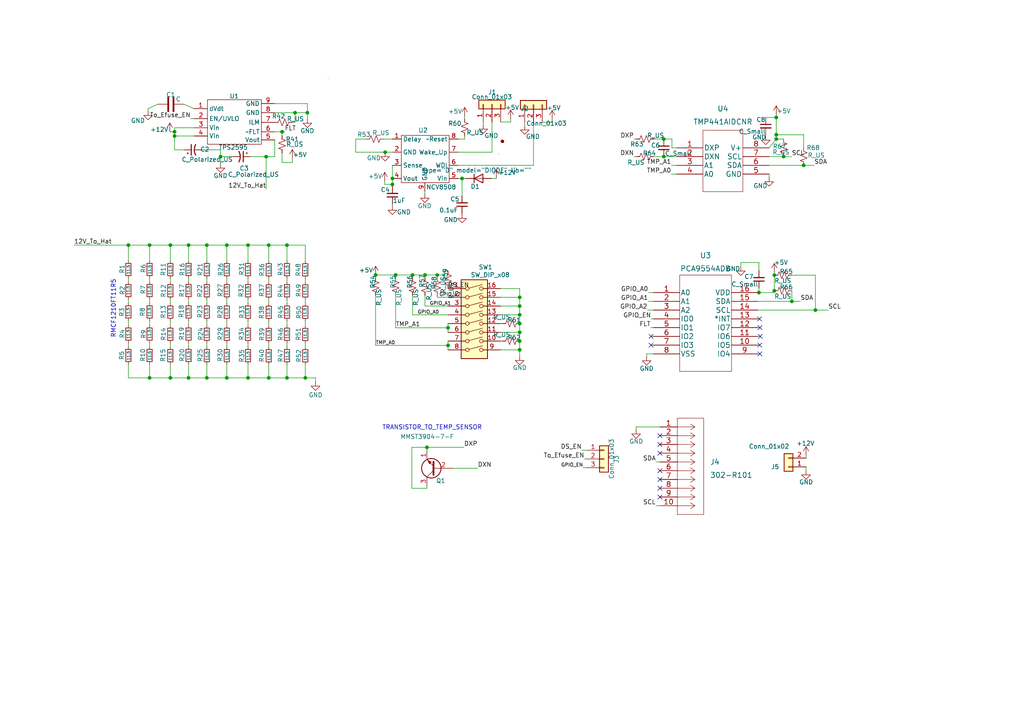
<source format=kicad_sch>
(kicad_sch (version 20211123) (generator eeschema)
  (paper "A4")
  (title_block (title "PERRI Board") (rev "0"))
  (junction (at 224.5868 79.8068))
  (junction (at 229.6668 87.4014))
  (junction (at 134.0104 51.7652))
  (junction (at 43.3832 71.0946))
  (junction (at 65.786 71.0946))
  (junction (at 108.9406 79.756))
  (junction (at 50.6222 38.227))
  (junction (at 220.1164 84.8614))
  (junction (at 77.1906 45.4406))
  (junction (at 150.7236 88.773))
  (junction (at 150.7236 93.853))
  (junction (at 150.7236 101.473))
  (junction (at 71.9328 109.601))
  (junction (at 54.6862 71.0946))
  (junction (at 81.8134 38.227))
  (junction (at 71.9328 71.0946))
  (junction (at 129.9464 95.0722))
  (junction (at 192.532 45.4152))
  (junction (at 192.532 40.3352))
  (junction (at 227.2792 45.4152))
  (junction (at 50.6222 39.4462))
  (junction (at 37.2364 71.0946))
  (junction (at 49.403 109.601))
  (junction (at 63.9572 45.4406))
  (junction (at 225.1456 34.0614))
  (junction (at 225.1456 39.0906))
  (junction (at 85.5726 32.6898))
  (junction (at 59.9948 109.601))
  (junction (at 123.825 129.7432))
  (junction (at 119.6594 79.756))
  (junction (at 113.8174 53.4924))
  (junction (at 225.1456 40.3352))
  (junction (at 77.9526 71.0946))
  (junction (at 88.5444 109.601))
  (junction (at 150.7236 96.393))
  (junction (at 59.9948 71.0946))
  (junction (at 114.7572 79.756))
  (junction (at 89.154 32.6898))
  (junction (at 126.8222 79.756))
  (junction (at 77.9526 109.601))
  (junction (at 123.2662 79.756))
  (junction (at 65.786 109.601))
  (junction (at 43.3832 109.601))
  (junction (at 224.5868 84.328))
  (junction (at 83.2358 71.0946))
  (junction (at 129.9464 100.1776))
  (junction (at 150.7236 98.933))
  (junction (at 150.7236 91.313))
  (junction (at 150.7236 86.233))
  (junction (at 54.6862 109.601))
  (junction (at 236.4994 89.9414))
  (junction (at 49.403 71.0946))
  (junction (at 83.2358 109.601))
  (junction (at 113.8174 51.7652))
  (junction (at 233.0958 47.9552))
  (junction (at 111.7092 44.1452))
  (no_connect (at 191.389 144.145))
  (no_connect (at 188.8236 100.1014))
  (no_connect (at 188.849 97.5614))
  (no_connect (at 191.389 139.065))
  (no_connect (at 191.389 136.525))
  (no_connect (at 191.389 131.445))
  (no_connect (at 191.389 126.365))
  (no_connect (at 191.389 141.605))
  (no_connect (at 220.5228 97.5614))
  (no_connect (at 220.345 100.1014))
  (no_connect (at 220.3958 95.0214))
  (no_connect (at 220.2942 92.4814))
  (no_connect (at 220.3958 102.6414))
  (no_connect (at 191.389 128.905))
  (wire (pts (xy 223.0882 42.8752) (xy 225.1456 40.3352)))
  (wire (pts (xy 145.2372 35.3822) (xy 148.1074 35.3822)))
  (wire (pts (xy 119.6594 79.756) (xy 119.6594 80.5942)))
  (wire (pts (xy 219.7862 92.4814) (xy 220.2942 92.4814)))
  (wire (pts (xy 49.403 93.0656) (xy 49.403 94.4118)))
  (wire (pts (xy 160.147 34.5694) (xy 160.147 35.4838)))
  (wire (pts (xy 126.8222 79.756) (xy 128.8542 79.756)))
  (wire (pts (xy 72.5932 45.4406) (xy 77.1906 45.4406)))
  (wire (pts (xy 219.7862 95.0214) (xy 220.3958 95.0214)))
  (wire (pts (xy 119.4562 141.6304) (xy 123.825 141.6304)))
  (wire (pts (xy 150.7236 96.393) (xy 150.7236 98.933)))
  (wire (pts (xy 224.5868 79.8068) (xy 224.5868 84.328)))
  (wire (pts (xy 150.7236 98.933) (xy 150.7236 101.473)))
  (wire (pts (xy 154.7368 47.9552) (xy 154.7368 35.4838)))
  (wire (pts (xy 59.9948 99.4918) (xy 59.9948 100.6094)))
  (wire (pts (xy 37.2364 99.441) (xy 37.2364 100.5586)))
  (wire (pts (xy 219.7862 89.9414) (xy 236.4994 89.9414)))
  (wire (pts (xy 77.9526 109.601) (xy 83.2358 109.601)))
  (wire (pts (xy 140.1572 35.3822) (xy 140.1572 36.1696)))
  (wire (pts (xy 63.9572 45.4406) (xy 63.9572 43.4594)))
  (wire (pts (xy 79.6798 32.6898) (xy 85.5726 32.6898)))
  (wire (pts (xy 145.1864 86.233) (xy 150.7236 86.233)))
  (wire (pts (xy 103.1748 40.3352) (xy 103.1748 44.1452)))
  (wire (pts (xy 224.5868 78.9686) (xy 224.5868 79.8068)))
  (wire (pts (xy 196.2658 42.8752) (xy 194.8942 42.8752)))
  (wire (pts (xy 83.2358 99.4918) (xy 83.2358 100.6094)))
  (wire (pts (xy 119.6594 91.313) (xy 129.9464 91.313)))
  (wire (pts (xy 59.9948 105.6894) (xy 59.9948 109.601)))
  (wire (pts (xy 77.9526 71.0946) (xy 77.9526 75.7174)))
  (wire (pts (xy 183.8706 45.4152) (xy 184.5564 45.4152)))
  (wire (pts (xy 225.1456 33.2486) (xy 225.1456 34.0614)))
  (wire (pts (xy 88.5444 71.0946) (xy 88.5444 75.7174)))
  (wire (pts (xy 49.2506 38.227) (xy 50.6222 38.227)))
  (wire (pts (xy 188.722 95.0214) (xy 189.5094 95.0214)))
  (wire (pts (xy 37.2364 71.0946) (xy 43.3832 71.0946)))
  (wire (pts (xy 191.389 123.825) (xy 184.5056 123.825)))
  (wire (pts (xy 49.403 99.4918) (xy 49.403 100.6094)))
  (wire (pts (xy 189.6364 40.3352) (xy 192.532 40.3352)))
  (wire (pts (xy 49.403 86.868) (xy 49.403 87.9856)))
  (wire (pts (xy 188.8236 100.1014) (xy 189.5094 100.1014)))
  (wire (pts (xy 152.1968 35.4838) (xy 152.1968 36.4236)))
  (wire (pts (xy 189.6364 45.4152) (xy 192.532 45.4152)))
  (wire (pts (xy 89.154 30.0482) (xy 89.154 32.6898)))
  (wire (pts (xy 89.154 32.6898) (xy 89.154 34.4678)))
  (wire (pts (xy 145.1864 88.773) (xy 150.7236 88.773)))
  (wire (pts (xy 81.8134 44.4246) (xy 81.8134 47.1424)))
  (wire (pts (xy 134.0104 62.0776) (xy 134.0104 61.8744)))
  (wire (pts (xy 106.1974 40.3352) (xy 103.1748 40.3352)))
  (wire (pts (xy 63.9572 45.4406) (xy 67.5132 45.4406)))
  (wire (pts (xy 63.9572 43.4594) (xy 58.5216 43.4594)))
  (wire (pts (xy 222.0976 39.1414) (xy 222.0976 39.3954)))
  (wire (pts (xy 220.1164 83.566) (xy 220.1164 84.8614)))
  (wire (pts (xy 225.1456 34.0614) (xy 222.0976 34.0614)))
  (wire (pts (xy 83.2358 80.7466) (xy 83.2358 81.788)))
  (wire (pts (xy 59.9948 93.0656) (xy 59.9948 94.4118)))
  (wire (pts (xy 77.9526 86.9188) (xy 77.9526 88.0364)))
  (wire (pts (xy 119.6594 79.756) (xy 114.7572 79.756)))
  (wire (pts (xy 43.3832 86.8172) (xy 43.3832 87.9348)))
  (wire (pts (xy 83.2358 93.0656) (xy 83.2358 94.4118)))
  (wire (pts (xy 129.9464 100.1776) (xy 129.9464 98.933)))
  (wire (pts (xy 188.849 97.5614) (xy 189.5094 97.5614)))
  (wire (pts (xy 219.7862 97.5614) (xy 220.5228 97.5614)))
  (wire (pts (xy 83.2358 71.0946) (xy 88.5444 71.0946)))
  (wire (pts (xy 123.825 141.6304) (xy 123.825 140.8938)))
  (wire (pts (xy 65.786 105.6894) (xy 65.786 109.601)))
  (wire (pts (xy 113.8174 51.7652) (xy 113.8174 53.4924)))
  (wire (pts (xy 59.9948 71.0946) (xy 59.9948 75.6666)))
  (wire (pts (xy 54.6862 109.601) (xy 59.9948 109.601)))
  (wire (pts (xy 83.2358 71.0946) (xy 83.2358 75.6666)))
  (wire (pts (xy 54.6862 86.8172) (xy 54.6862 87.9348)))
  (wire (pts (xy 108.9406 85.6742) (xy 108.9406 100.1776)))
  (wire (pts (xy 169.4942 133.1214) (xy 170.1038 133.1214)))
  (wire (pts (xy 225.1456 39.0906) (xy 225.1456 40.3352)))
  (wire (pts (xy 236.4994 89.9414) (xy 240.2332 89.9414)))
  (wire (pts (xy 71.9328 93.0656) (xy 71.9328 94.4118)))
  (wire (pts (xy 83.2358 86.868) (xy 83.2358 87.9856)))
  (wire (pts (xy 43.3832 80.6958) (xy 43.3832 81.7372)))
  (wire (pts (xy 123.825 129.7432) (xy 134.5692 129.7432)))
  (wire (pts (xy 77.9526 71.0946) (xy 83.2358 71.0946)))
  (wire (pts (xy 145.1864 96.393) (xy 150.7236 96.393)))
  (wire (pts (xy 223.0882 47.9552) (xy 233.0958 47.9552)))
  (wire (pts (xy 134.7724 33.7058) (xy 134.7724 34.4678)))
  (wire (pts (xy 123.2662 85.6742) (xy 123.2662 88.773)))
  (wire (pts (xy 128.8542 78.613) (xy 129.9464 78.613)))
  (wire (pts (xy 56.3626 37.0586) (xy 50.6222 37.0586)))
  (wire (pts (xy 126.8222 86.233) (xy 129.9464 86.233)))
  (wire (pts (xy 88.5444 105.7402) (xy 88.5444 109.601)))
  (wire (pts (xy 54.6862 71.0946) (xy 59.9948 71.0946)))
  (wire (pts (xy 126.8222 85.6742) (xy 126.8222 86.233)))
  (wire (pts (xy 229.6668 79.8068) (xy 236.4994 79.8068)))
  (wire (pts (xy 37.2364 93.0148) (xy 37.2364 94.361)))
  (wire (pts (xy 83.2358 109.601) (xy 88.5444 109.601)))
  (wire (pts (xy 49.403 105.6894) (xy 49.403 109.601)))
  (wire (pts (xy 233.0958 39.0906) (xy 225.1456 39.0906)))
  (wire (pts (xy 65.786 71.0946) (xy 65.786 75.6666)))
  (wire (pts (xy 150.7236 86.233) (xy 150.7236 88.773)))
  (wire (pts (xy 143.9418 51.7652) (xy 142.5956 51.7652)))
  (wire (pts (xy 183.8706 40.3352) (xy 184.5564 40.3352)))
  (wire (pts (xy 123.825 129.7432) (xy 123.825 130.7338)))
  (wire (pts (xy 225.1456 34.0614) (xy 225.1456 39.0906)))
  (wire (pts (xy 55.2958 34.417) (xy 56.3626 34.417)))
  (wire (pts (xy 54.6862 93.0148) (xy 54.6862 94.361)))
  (wire (pts (xy 192.532 40.3352) (xy 194.8942 40.3352)))
  (wire (pts (xy 111.5822 52.5272) (xy 111.5822 53.4924)))
  (wire (pts (xy 43.3832 71.0946) (xy 43.3832 75.6158)))
  (wire (pts (xy 85.5726 32.6898) (xy 89.154 32.6898)))
  (wire (pts (xy 219.7862 87.4014) (xy 229.6668 87.4014)))
  (wire (pts (xy 223.0882 50.4952) (xy 223.0882 51.435)))
  (wire (pts (xy 113.8174 53.4924) (xy 113.8174 54.0766)))
  (wire (pts (xy 132.8674 47.9552) (xy 154.7368 47.9552)))
  (wire (pts (xy 119.4562 129.7432) (xy 119.4562 141.6304)))
  (wire (pts (xy 45.7454 30.226) (xy 42.9514 31.5214)))
  (wire (pts (xy 43.3832 105.6386) (xy 43.3832 109.601)))
  (wire (pts (xy 114.7572 95.0722) (xy 129.9464 95.0722)))
  (wire (pts (xy 145.1864 98.933) (xy 145.6436 98.933)))
  (wire (pts (xy 71.9328 71.0946) (xy 77.9526 71.0946)))
  (wire (pts (xy 84.7598 35.4838) (xy 85.5726 35.4838)))
  (wire (pts (xy 108.9406 100.1776) (xy 129.9464 100.1776)))
  (wire (pts (xy 53.3654 30.226) (xy 56.3118 31.5214)))
  (wire (pts (xy 111.7092 44.1452) (xy 113.8174 44.1452)))
  (wire (pts (xy 229.6668 87.4014) (xy 232.156 87.4014)))
  (wire (pts (xy 71.9328 71.0946) (xy 71.9328 75.6666)))
  (wire (pts (xy 81.8134 38.227) (xy 81.8134 39.3446)))
  (wire (pts (xy 37.2364 75.6158) (xy 37.2364 71.0946)))
  (wire (pts (xy 128.8542 79.756) (xy 128.8542 78.613)))
  (wire (pts (xy 77.9526 99.5426) (xy 77.9526 100.6602)))
  (wire (pts (xy 220.1164 84.8614) (xy 224.5868 84.8614)))
  (wire (pts (xy 37.2364 80.6958) (xy 37.2364 81.7372)))
  (wire (pts (xy 88.5444 109.601) (xy 91.5162 109.601)))
  (wire (pts (xy 54.6862 80.6958) (xy 54.6862 81.7372)))
  (wire (pts (xy 123.2662 88.773) (xy 129.9464 88.773)))
  (wire (pts (xy 129.9464 95.0722) (xy 129.9464 96.393)))
  (wire (pts (xy 113.8174 53.4924) (xy 111.5822 53.4924)))
  (wire (pts (xy 37.2364 109.601) (xy 43.3832 109.601)))
  (wire (pts (xy 233.7816 136.4742) (xy 233.7816 135.4074)))
  (wire (pts (xy 65.786 86.868) (xy 65.786 87.9856)))
  (wire (pts (xy 214.8586 76.1492) (xy 220.1164 76.1492)))
  (wire (pts (xy 88.5444 93.1164) (xy 88.5444 94.4626)))
  (wire (pts (xy 123.2662 79.756) (xy 119.6594 79.756)))
  (wire (pts (xy 219.7862 102.6414) (xy 220.3958 102.6414)))
  (wire (pts (xy 150.7236 83.693) (xy 150.7236 86.233)))
  (wire (pts (xy 150.7236 93.853) (xy 150.7236 96.393)))
  (wire (pts (xy 188.849 92.4814) (xy 189.5094 92.4814)))
  (wire (pts (xy 227.2792 40.3352) (xy 225.1456 40.3352)))
  (wire (pts (xy 134.0104 56.7944) (xy 134.0104 51.7652)))
  (wire (pts (xy 88.5444 99.5426) (xy 88.5444 100.6602)))
  (wire (pts (xy 188.0362 84.8614) (xy 189.5094 84.8614)))
  (wire (pts (xy 157.2768 35.4838) (xy 160.147 35.4838)))
  (wire (pts (xy 123.2662 79.756) (xy 123.2662 80.5942)))
  (wire (pts (xy 150.7236 101.473) (xy 150.7236 103.2764)))
  (wire (pts (xy 77.9526 93.1164) (xy 77.9526 94.4626)))
  (wire (pts (xy 126.8222 79.756) (xy 123.2662 79.756)))
  (wire (pts (xy 65.786 99.4918) (xy 65.786 100.6094)))
  (wire (pts (xy 233.0958 47.9552) (xy 236.1692 47.9552)))
  (wire (pts (xy 114.7572 79.756) (xy 114.7572 80.5942)))
  (wire (pts (xy 233.0958 42.8752) (xy 233.0958 39.0906)))
  (wire (pts (xy 84.7852 45.9232) (xy 84.7852 47.1424)))
  (wire (pts (xy 71.9328 109.601) (xy 77.9526 109.601)))
  (wire (pts (xy 49.403 71.0946) (xy 49.403 75.6666)))
  (wire (pts (xy 54.6862 105.6386) (xy 54.6862 109.601)))
  (wire (pts (xy 65.786 93.0656) (xy 65.786 94.4118)))
  (wire (pts (xy 220.1164 76.1492) (xy 220.1164 78.486)))
  (wire (pts (xy 142.6972 44.1452) (xy 142.6972 35.3822)))
  (wire (pts (xy 126.8222 79.756) (xy 126.8222 80.5942)))
  (wire (pts (xy 145.1864 91.313) (xy 150.7236 91.313)))
  (wire (pts (xy 37.2364 86.8172) (xy 37.2364 87.9348)))
  (wire (pts (xy 194.7164 47.9552) (xy 196.2658 47.9552)))
  (wire (pts (xy 43.3832 71.0946) (xy 49.403 71.0946)))
  (wire (pts (xy 192.532 45.4152) (xy 196.2658 45.4152)))
  (wire (pts (xy 131.445 135.8138) (xy 138.557 135.8138)))
  (wire (pts (xy 233.7816 132.8674) (xy 233.7816 132.08)))
  (wire (pts (xy 227.2792 45.4152) (xy 229.616 45.4152)))
  (wire (pts (xy 79.629 30.0482) (xy 89.154 30.0482)))
  (wire (pts (xy 187.5536 102.6414) (xy 187.5536 103.378)))
  (wire (pts (xy 111.2774 40.3352) (xy 113.8174 40.3352)))
  (wire (pts (xy 65.786 71.0946) (xy 71.9328 71.0946)))
  (wire (pts (xy 49.403 80.7466) (xy 49.403 81.788)))
  (wire (pts (xy 229.6668 84.328) (xy 229.6668 87.4014)))
  (wire (pts (xy 190.1952 146.685) (xy 191.389 146.685)))
  (wire (pts (xy 56.3626 39.4462) (xy 50.6222 39.4462)))
  (wire (pts (xy 43.3832 109.601) (xy 49.403 109.601)))
  (wire (pts (xy 145.1864 101.473) (xy 150.7236 101.473)))
  (wire (pts (xy 54.6862 71.0946) (xy 54.6862 75.6158)))
  (wire (pts (xy 134.0104 51.7652) (xy 134.9756 51.7652)))
  (wire (pts (xy 150.7236 91.313) (xy 150.7236 93.853)))
  (wire (pts (xy 50.6222 43.4594) (xy 53.4416 43.4594)))
  (wire (pts (xy 129.9464 93.853) (xy 129.9464 95.0722)))
  (wire (pts (xy 71.9328 105.6894) (xy 71.9328 109.601)))
  (wire (pts (xy 79.6798 38.227) (xy 81.8134 38.227)))
  (wire (pts (xy 50.6222 38.227) (xy 50.6222 39.4462)))
  (wire (pts (xy 49.403 71.0946) (xy 54.6862 71.0946)))
  (wire (pts (xy 77.1652 54.8386) (xy 77.1906 45.4406)))
  (wire (pts (xy 21.463 71.0946) (xy 37.2364 71.0946)))
  (wire (pts (xy 190.246 133.985) (xy 191.389 133.985)))
  (wire (pts (xy 223.0882 45.4152) (xy 227.2792 45.4152)))
  (wire (pts (xy 54.6862 99.441) (xy 54.6862 100.5586)))
  (wire (pts (xy 81.8134 47.1424) (xy 84.7852 47.1424)))
  (wire (pts (xy 219.7862 84.8614) (xy 220.1164 84.8614)))
  (wire (pts (xy 132.8674 40.3352) (xy 134.7724 40.3352)))
  (wire (pts (xy 188.0108 87.4014) (xy 189.5094 87.4014)))
  (wire (pts (xy 123.2154 55.5244) (xy 123.2154 56.2102)))
  (wire (pts (xy 145.1864 93.853) (xy 145.6436 93.853)))
  (wire (pts (xy 113.8174 59.1566) (xy 113.8174 59.69)))
  (wire (pts (xy 37.2364 105.6386) (xy 37.2364 109.601)))
  (wire (pts (xy 114.7572 79.756) (xy 108.9406 79.756)))
  (wire (pts (xy 79.6798 40.5638) (xy 79.6798 45.4406)))
  (wire (pts (xy 189.5094 102.6414) (xy 187.5536 102.6414)))
  (wire (pts (xy 43.3832 93.0148) (xy 43.3832 94.361)))
  (wire (pts (xy 50.6222 39.4462) (xy 50.6222 43.4594)))
  (wire (pts (xy 224.5868 84.328) (xy 224.5868 84.8614)))
  (wire (pts (xy 108.9406 79.756) (xy 108.9406 80.5942)))
  (wire (pts (xy 170.1038 135.6614) (xy 169.1386 135.6614)))
  (wire (pts (xy 77.9526 80.7974) (xy 77.9526 81.8388)))
  (wire (pts (xy 219.7862 100.1014) (xy 220.345 100.1014)))
  (wire (pts (xy 71.9328 80.7466) (xy 71.9328 81.788)))
  (wire (pts (xy 77.1906 45.4406) (xy 79.6798 45.4406)))
  (wire (pts (xy 168.7322 130.5814) (xy 170.1038 130.5814)))
  (wire (pts (xy 50.6222 37.0586) (xy 50.6222 38.227)))
  (wire (pts (xy 194.691 50.4952) (xy 196.2658 50.4952)))
  (wire (pts (xy 59.9948 71.0946) (xy 65.786 71.0946)))
  (wire (pts (xy 187.7822 89.9414) (xy 189.5094 89.9414)))
  (wire (pts (xy 119.6594 85.6742) (xy 119.6594 91.313)))
  (wire (pts (xy 184.5056 123.825) (xy 184.5056 124.6124)))
  (wire (pts (xy 123.825 129.7432) (xy 119.4562 129.7432)))
  (wire (pts (xy 103.1748 44.1452) (xy 111.7092 44.1452)))
  (wire (pts (xy 85.5726 35.4838) (xy 85.5726 32.6898)))
  (wire (pts (xy 129.9464 101.473) (xy 129.9464 100.1776)))
  (wire (pts (xy 77.9526 105.7402) (xy 77.9526 109.601)))
  (wire (pts (xy 88.5444 80.7974) (xy 88.5444 81.8388)))
  (wire (pts (xy 214.8586 76.1492) (xy 214.8586 77.343)))
  (wire (pts (xy 132.8674 44.1452) (xy 142.6972 44.1452)))
  (wire (pts (xy 132.8674 51.7652) (xy 134.0104 51.7652)))
  (wire (pts (xy 65.786 80.7466) (xy 65.786 81.788)))
  (wire (pts (xy 49.403 109.601) (xy 54.6862 109.601)))
  (wire (pts (xy 81.8134 38.227) (xy 82.5754 38.227)))
  (wire (pts (xy 114.7572 85.6742) (xy 114.7572 95.0722)))
  (wire (pts (xy 42.9514 31.5214) (xy 42.9514 32.2072)))
  (wire (pts (xy 134.7724 39.5478) (xy 134.7724 40.3352)))
  (wire (pts (xy 145.1864 83.693) (xy 150.7236 83.693)))
  (wire (pts (xy 83.2358 105.6894) (xy 83.2358 109.601)))
  (wire (pts (xy 236.4994 79.8068) (xy 236.4994 89.9414)))
  (wire (pts (xy 59.9948 109.601) (xy 65.786 109.601)))
  (wire (pts (xy 43.3832 99.441) (xy 43.3832 100.5586)))
  (wire (pts (xy 71.9328 86.868) (xy 71.9328 87.9856)))
  (wire (pts (xy 63.9572 45.4406) (xy 63.9572 47.4726)))
  (wire (pts (xy 65.786 109.601) (xy 71.9328 109.601)))
  (wire (pts (xy 59.9948 86.868) (xy 59.9948 87.9856)))
  (wire (pts (xy 150.7236 88.773) (xy 150.7236 91.313)))
  (wire (pts (xy 148.1074 34.4678) (xy 148.1074 35.3822)))
  (wire (pts (xy 59.9948 80.7466) (xy 59.9948 81.788)))
  (wire (pts (xy 113.8174 47.9552) (xy 113.8174 51.7652)))
  (wire (pts (xy 71.9328 99.4918) (xy 71.9328 100.6094)))
  (wire (pts (xy 91.5162 109.601) (xy 91.5162 110.7186)))
  (wire (pts (xy 88.5444 86.9188) (xy 88.5444 88.0364)))
  (wire (pts (xy 194.8942 42.8752) (xy 194.8942 40.3352)))
  (text "TRANSISTOR_TO_TEMP_SENSOR" (at 139.827 124.841 180) (effects (font (size 1.27 1.27)) (justify right bottom)))
  (text "RMCF1210FT11R5\n" (at 33.6804 98.0948 90) (effects (font (size 1.27 1.27)) (justify left bottom)))
  (label "GPIO_A0" (at 121.0818 91.313 0) (effects (font (size 1 1))))
  (label "FLT" (at 188.722 95.0214 180))
  (label "DS_EN" (at 129.9464 83.693 0))
  (label "GPIO_EN" (at 188.849 92.4814 180))
  (label "GPIO_A2" (at 127.381 86.233 0) (effects (font (size 1 1))))
  (label "DXN" (at 138.557 135.8138 0))
  (label "GPIO_A0" (at 188.0362 84.8614 180))
  (label "GPIO_A2" (at 187.7822 89.9414 180))
  (label "TMP_A1" (at 114.7572 95.0722 0))
  (label "To_Efuse_EN" (at 169.4942 133.1214 180))
  (label "GPIO_A1" (at 124.587 88.773 0) (effects (font (size 1 1))))
  (label "SDA" (at 190.246 133.985 180))
  (label "To_Efuse_EN" (at 55.2958 34.417 180))
  (label "SCL" (at 240.2332 89.9414 0))
  (label "DXP" (at 134.5692 129.7432 0))
  (label "GPIO_EN" (at 169.1386 135.6614 180) (effects (font (size 1 1))))
  (label "DS_EN" (at 168.7322 130.5814 180))
  (label "GPIO_A1" (at 188.0108 87.4014 180))
  (label "12V_To_Hat" (at 21.463 71.0946 0))
  (label "12V_To_Hat" (at 77.1652 54.8386 180))
  (label "TMP_A0" (at 194.691 50.4952 180))
  (label "DXP" (at 183.8706 40.3352 180))
  (label "SCL" (at 229.616 45.4152 0))
  (label "TMP_A1" (at 194.7164 47.9552 180))
  (label "SDA" (at 236.1692 47.9552 0))
  (label "SCL" (at 190.1952 146.685 180))
  (label "FLT" (at 82.5754 38.227 0))
  (label "SDA" (at 232.156 87.4014 0))
  (label "TMP_A0" (at 108.9406 100.1776 0) (effects (font (size 1 1))))
  (label "DXN" (at 183.8706 45.4152 180))
  (symbol (lib_id "power:+12V") (at 49.2506 38.227 0) (unit 1)
    (property "Reference" "#PWR02" (effects hide))
    (property "Value" "+12V" (at 46.2026 37.5666 0))
  )
  (symbol (lib_id "Connector_Generic:Conn_01x02") (at 228.7016 135.4074 180) (unit 1)
    (property "Reference" "J5" (at 226.0092 135.4075 0) (effects (justify left)))
    (property "Value" "Conn_01x02" (at 228.9302 129.4638 0) (effects (justify left)))
    (property "Footprint" "footprints:1757242" (effects hide))
  )
  (symbol (lib_id "Device:R_Small") (at 49.403 84.328 0) (unit 1)
    (property "Reference" "R12" (at 47.4218 86.3092 90) (effects (justify left)))
    (property "Value" "11.5" (at 49.3522 85.6742 90) (effects (font (size 0.8 0.8)) (justify left)))
    (property "Footprint" "Resistor_SMD:R_1210_3225Metric" (effects hide))
  )
  (symbol (lib_id "Device:C") (at 49.5554 30.226 270) (unit 1)
    (property "Reference" "C1" (at 49.53 27.4574 90))
    (property "Value" "C" (at 51.7144 28.7528 90))
    (property "Footprint" "Capacitor_SMD:C_0805_2012Metric" (effects hide))
  )
  (symbol (lib_id "Device:R_Small") (at 49.403 90.5256 0) (unit 1)
    (property "Reference" "R13" (at 47.371 92.4052 90) (effects (justify left)))
    (property "Value" "11.5" (at 49.3522 91.9734 90) (effects (font (size 0.8 0.8)) (justify left)))
    (property "Footprint" "Resistor_SMD:R_1210_3225Metric" (effects hide))
  )
  (symbol (lib_id "Device:R_Small") (at 77.9526 90.5764 0) (unit 1)
    (property "Reference" "R38" (at 75.8698 92.5576 90) (effects (justify left)))
    (property "Value" "11.5" (at 77.9018 92.0242 90) (effects (font (size 0.8 0.8)) (justify left)))
    (property "Footprint" "Resistor_SMD:R_1210_3225Metric" (effects hide))
  )
  (symbol (lib_id "Device:R_Small") (at 65.786 84.328 0) (unit 1)
    (property "Reference" "R27" (at 63.9064 86.1568 90) (effects (justify left)))
    (property "Value" "11.5" (at 65.7352 85.6742 90) (effects (font (size 0.8 0.8)) (justify left)))
    (property "Footprint" "Resistor_SMD:R_1210_3225Metric" (effects hide))
  )
  (symbol (lib_id "Device:R_Small") (at 65.786 96.9518 0) (unit 1)
    (property "Reference" "R29" (at 63.9064 98.7552 90) (effects (justify left)))
    (property "Value" "11.5" (at 65.786 98.3488 90) (effects (font (size 0.8 0.8)) (justify left)))
    (property "Footprint" "Resistor_SMD:R_1210_3225Metric" (effects hide))
  )
  (symbol (lib_id "Connector_Generic:Conn_01x03") (at 175.1838 133.1214 0) (unit 1)
    (property "Reference" "J3" (at 178.7906 131.9784 90) (effects (justify right)))
    (property "Value" "Conn_01x03" (at 177.3682 127.2032 90) (effects (justify right)))
    (property "Footprint" "Connector_PinHeader_2.54mm:PinHeader_1x03_P2.54mm_Vertical" (effects hide))
  )
  (symbol (lib_id "Device:R_Small") (at 88.5444 84.3788 0) (unit 1)
    (property "Reference" "R49" (at 86.614 86.2076 90) (effects (justify left)))
    (property "Value" "11.5" (at 88.4936 85.725 90) (effects (font (size 0.8 0.8)) (justify left)))
    (property "Footprint" "Resistor_SMD:R_1210_3225Metric" (effects hide))
  )
  (symbol (lib_id "power:GND") (at 150.7236 103.2764 0) (unit 1)
    (property "Reference" "#PWR017" (effects hide))
    (property "Value" "GND" (at 150.749 106.6292 0))
  )
  (symbol (lib_id "Device:R_Small") (at 83.2358 103.1494 0) (unit 1)
    (property "Reference" "R47" (at 81.407 105.1052 90) (effects (justify left)))
    (property "Value" "11.5" (at 83.2866 104.5972 90) (effects (font (size 0.8 0.8)) (justify left)))
    (property "Footprint" "Resistor_SMD:R_1210_3225Metric" (effects hide))
  )
  (symbol (lib_id "Device:R_Small") (at 83.2358 78.2066 0) (unit 1)
    (property "Reference" "R43" (at 81.3562 80.0608 90) (effects (justify left)))
    (property "Value" "11.5" (at 83.2866 79.629 90) (effects (font (size 0.8 0.8)) (justify left)))
    (property "Footprint" "Resistor_SMD:R_1210_3225Metric" (effects hide))
  )
  (symbol (lib_id "power:GND") (at 184.5056 124.6124 0) (unit 1)
    (property "Reference" "#PWR021" (effects hide))
    (property "Value" "GND" (at 184.531 128.016 0))
  )
  (symbol (lib_id "Device:R_Small") (at 77.9526 78.2574 0) (unit 1)
    (property "Reference" "R36" (at 75.9714 80.2132 90) (effects (justify left)))
    (property "Value" "11.5" (at 78.0034 79.6798 90) (effects (font (size 0.8 0.8)) (justify left)))
    (property "Footprint" "Resistor_SMD:R_1210_3225Metric" (effects hide))
  )
  (symbol (lib_id "power:+5V") (at 225.1456 33.2486 0) (unit 1)
    (property "Reference" "#PWR026" (effects hide))
    (property "Value" "+5V" (at 227.33 32.2072 0))
  )
  (symbol (lib_id "Device:R_Small") (at 54.6862 96.901 0) (unit 1)
    (property "Reference" "R19" (at 52.705 98.7044 90) (effects (justify left)))
    (property "Value" "11.5" (at 54.6862 98.298 90) (effects (font (size 0.8 0.8)) (justify left)))
    (property "Footprint" "Resistor_SMD:R_1210_3225Metric" (effects hide))
  )
  (symbol (lib_id "Device:C_Small") (at 222.0976 36.6014 0) (unit 1)
    (property "Reference" "C8" (at 219.3544 34.6964 0) (effects (justify left)))
    (property "Value" "C_Small" (at 214.2744 38.1254 0) (effects (justify left)))
    (property "Footprint" "Capacitor_SMD:C_0805_2012Metric" (effects hide))
  )
  (symbol (lib_id "Device:R_Small") (at 37.2364 84.2772 0) (unit 1)
    (property "Reference" "R2" (at 35.5092 85.5726 90) (effects (justify left)))
    (property "Value" "11.5" (at 37.1856 85.6234 90) (effects (font (size 0.8 0.8)) (justify left)))
    (property "Footprint" "Resistor_SMD:R_1210_3225Metric" (effects hide))
  )
  (symbol (lib_id "power:+12V") (at 143.9418 51.7652 0) (unit 1)
    (property "Reference" "#PWR015" (effects hide))
    (property "Value" "+12V" (at 147.066 50.0634 0))
  )
  (symbol (lib_id "Device:R_Small") (at 37.2364 96.901 0) (unit 1)
    (property "Reference" "R4" (at 35.4584 98.1456 90) (effects (justify left)))
    (property "Value" "11.5" (at 37.2364 98.298 90) (effects (font (size 0.8 0.8)) (justify left)))
    (property "Footprint" "Resistor_SMD:R_1210_3225Metric" (effects hide))
  )
  (symbol (lib_id "Device:R_Small_US") (at 227.1268 84.328 90) (unit 1)
    (property "Reference" "R66" (at 230.0224 83.2866 90) (effects (justify left)))
    (property "Value" "R_US" (at 229.5652 85.9536 90) (effects (justify left)))
    (property "Footprint" "Resistor_SMD:R_0805_2012Metric" (effects hide))
  )
  (symbol (lib_id "Device:R_Small_US") (at 126.8222 83.1342 180) (unit 1)
    (property "Reference" "R58" (at 125.9332 80.0862 90) (effects (justify left)))
    (property "Value" "R_US" (at 128.5748 80.1116 90) (effects (justify left)))
    (property "Footprint" "Resistor_SMD:R_0805_2012Metric" (effects hide))
  )
  (symbol (lib_id "power:+5V") (at 160.147 34.5694 0) (mirror y) (unit 1)
    (property "Reference" "#PWR019" (effects hide))
    (property "Value" "+5V" (at 160.6042 31.2928 0))
  )
  (symbol (lib_id "Device:C_Polarized_Small_US") (at 70.0532 45.4406 270) (unit 1)
    (property "Reference" "C3" (at 70.8152 48.8188 90))
    (property "Value" "C_Polarized_US" (at 73.5076 50.5968 90))
    (property "Footprint" "Capacitor_SMD:C_1206_3216Metric" (effects hide))
  )
  (symbol (lib_id "Device:C_Small") (at 134.0104 59.3344 180) (unit 1)
    (property "Reference" "C5" (at 133.2992 57.7596 0) (effects (justify left)))
    (property "Value" "0.1uF" (at 132.8674 60.96 0) (effects (justify left)))
    (property "Footprint" "Capacitor_SMD:C_1206_3216Metric" (effects hide))
  )
  (symbol (lib_id "Device:R_Small_US") (at 187.0964 40.3352 90) (unit 1)
    (property "Reference" "R63" (at 186.69 41.8084 90) (effects (justify left)))
    (property "Value" "R_US" (at 192.659 39.2938 90) (effects (justify left)))
    (property "Footprint" "Resistor_SMD:R_0805_2012Metric" (effects hide))
  )
  (symbol (lib_id "Device:R_Small_US") (at 187.0964 45.4152 90) (unit 1)
    (property "Reference" "R64" (at 190.3222 44.45 90) (effects (justify left)))
    (property "Value" "R_US" (at 186.944 47.117 90) (effects (justify left)))
    (property "Footprint" "Resistor_SMD:R_0805_2012Metric" (effects hide))
  )
  (symbol (lib_id "Device:R_Small") (at 49.403 96.9518 0) (unit 1)
    (property "Reference" "R14" (at 47.4218 98.8568 90) (effects (justify left)))
    (property "Value" "11.5" (at 49.403 98.3488 90) (effects (font (size 0.8 0.8)) (justify left)))
    (property "Footprint" "Resistor_SMD:R_1210_3225Metric" (effects hide))
  )
  (symbol (lib_id "power:+5V") (at 111.5822 52.5272 0) (unit 1)
    (property "Reference" "#PWR08" (effects hide))
    (property "Value" "+5V" (at 108.8136 51.1302 0))
  )
  (symbol (lib_id "Device:R_Small") (at 43.3832 90.4748 0) (unit 1)
    (property "Reference" "R8" (at 41.3258 91.821 90) (effects (justify left)))
    (property "Value" "11.5" (at 43.3324 91.9226 90) (effects (font (size 0.8 0.8)) (justify left)))
    (property "Footprint" "Resistor_SMD:R_1210_3225Metric" (effects hide))
  )
  (symbol (lib_id "Device:R_Small") (at 71.9328 96.9518 0) (unit 1)
    (property "Reference" "R34" (at 70.0532 98.7552 90) (effects (justify left)))
    (property "Value" "11.5" (at 71.9328 98.3488 90) (effects (font (size 0.8 0.8)) (justify left)))
    (property "Footprint" "Resistor_SMD:R_1210_3225Metric" (effects hide))
  )
  (symbol (lib_id "power:GND") (at 223.0882 51.435 0) (unit 1)
    (property "Reference" "#PWR024" (effects hide))
    (property "Value" "GND" (at 220.5482 53.8988 0))
  )
  (symbol (lib_id "power:+5V") (at 108.9406 79.756 0) (unit 1)
    (property "Reference" "#PWR07" (effects hide))
    (property "Value" "+5V" (at 106.172 78.359 0))
  )
  (symbol (lib_id "Device:R_Small") (at 49.403 78.2066 0) (unit 1)
    (property "Reference" "R11" (at 47.371 80.0608 90) (effects (justify left)))
    (property "Value" "11.5" (at 49.4538 79.629 90) (effects (font (size 0.8 0.8)) (justify left)))
    (property "Footprint" "Resistor_SMD:R_1210_3225Metric" (effects hide))
  )
  (symbol (lib_id "Device:R_Small") (at 83.2358 96.9518 0) (unit 1)
    (property "Reference" "R46" (at 81.407 98.8568 90) (effects (justify left)))
    (property "Value" "11.5" (at 83.2358 98.3488 90) (effects (font (size 0.8 0.8)) (justify left)))
    (property "Footprint" "Resistor_SMD:R_1210_3225Metric" (effects hide))
  )
  (symbol (lib_id "PERRI_Symbols:NVC8508") (at 122.7074 46.6852 0) (unit 1)
    (property "Reference" "U2" (at 122.7074 37.7952 0))
    (property "Value" "NCV8508" (at 127.9652 54.2544 0))
    (property "Footprint" "Package_SO:SOIC-8-1EP_3.9x4.9mm_P1.27mm_EP2.514x3.2mm" (effects hide))
  )
  (symbol (lib_id "Device:R_Small") (at 88.5444 90.5764 0) (unit 1)
    (property "Reference" "R50" (at 86.7156 92.5576 90) (effects (justify left)))
    (property "Value" "11.5" (at 88.4936 92.0242 90) (effects (font (size 0.8 0.8)) (justify left)))
    (property "Footprint" "Resistor_SMD:R_1210_3225Metric" (effects hide))
  )
  (symbol (lib_id "Device:R_Small_US") (at 108.9406 83.1342 180) (unit 1)
    (property "Reference" "R54" (at 108.1532 79.7814 90) (effects (justify left)))
    (property "Value" "R_US" (at 109.8804 83.7438 90) (effects (justify left)))
    (property "Footprint" "Resistor_SMD:R_0805_2012Metric" (effects hide))
  )
  (symbol (lib_id "Device:R_Small") (at 71.9328 90.5256 0) (unit 1)
    (property "Reference" "R33" (at 70.1548 92.456 90) (effects (justify left)))
    (property "Value" "11.5" (at 71.882 91.9734 90) (effects (font (size 0.8 0.8)) (justify left)))
    (property "Footprint" "Resistor_SMD:R_1210_3225Metric" (effects hide))
  )
  (symbol (lib_id "Device:R_Small") (at 65.786 103.1494 0) (unit 1)
    (property "Reference" "R30" (at 63.8556 104.9528 90) (effects (justify left)))
    (property "Value" "11.5" (at 65.8368 104.5972 90) (effects (font (size 0.8 0.8)) (justify left)))
    (property "Footprint" "Resistor_SMD:R_1210_3225Metric" (effects hide))
  )
  (symbol (lib_id "Device:C_Small") (at 220.1164 81.026 180) (unit 1)
    (property "Reference" "C7" (at 218.567 80.2386 0) (effects (justify left)))
    (property "Value" "C_Small" (at 219.964 82.4484 0) (effects (justify left)))
    (property "Footprint" "Capacitor_SMD:C_0805_2012Metric" (effects hide))
  )
  (symbol (lib_id "Device:R_Small") (at 65.786 78.2066 0) (unit 1)
    (property "Reference" "R26" (at 64.008 80.1116 90) (effects (justify left)))
    (property "Value" "11.5" (at 65.8368 79.629 90) (effects (font (size 0.8 0.8)) (justify left)))
    (property "Footprint" "Resistor_SMD:R_1210_3225Metric" (effects hide))
  )
  (symbol (lib_id "power:GND") (at 134.0104 62.0776 0) (unit 1)
    (property "Reference" "#PWR012" (effects hide))
    (property "Value" "GND" (at 130.7338 63.754 0))
  )
  (symbol (lib_id "Device:R_Small_US") (at 148.1836 93.853 90) (unit 1)
    (property "Reference" "R61" (at 151.0792 92.8116 90) (effects (justify left)))
    (property "Value" "R_US" (at 148.0312 91.9734 90) (effects (justify left)))
    (property "Footprint" "Resistor_SMD:R_0805_2012Metric" (effects hide))
  )
  (symbol (lib_id "power:GND") (at 187.5536 103.378 0) (unit 1)
    (property "Reference" "#PWR020" (effects hide))
    (property "Value" "GND" (at 187.5536 106.8832 0))
  )
  (symbol (lib_id "Device:R_Small_US") (at 233.0958 45.4152 0) (unit 1)
    (property "Reference" "R68" (at 233.9086 42.8498 0) (effects (justify left)))
    (property "Value" "R_US" (at 234.2388 45.0342 0) (effects (justify left)))
    (property "Footprint" "Resistor_SMD:R_0805_2012Metric" (effects hide))
  )
  (symbol (lib_id "Device:R_Small") (at 77.9526 84.3788 0) (unit 1)
    (property "Reference" "R37" (at 75.9206 86.1568 90) (effects (justify left)))
    (property "Value" "11.5" (at 77.9018 85.725 90) (effects (font (size 0.8 0.8)) (justify left)))
    (property "Footprint" "Resistor_SMD:R_1210_3225Metric" (effects hide))
  )
  (symbol (lib_id "power:GND") (at 152.1968 36.4236 0) (unit 1)
    (property "Reference" "#PWR018" (effects hide))
    (property "Value" "GND" (at 154.559 39.5986 0))
  )
  (symbol (lib_id "power:GND") (at 113.8174 59.69 0) (unit 1)
    (property "Reference" "#PWR010" (effects hide))
    (property "Value" "GND" (at 117.1448 61.4934 0))
  )
  (symbol (lib_id "Device:R_Small") (at 54.6862 90.4748 0) (unit 1)
    (property "Reference" "R18" (at 52.6034 92.2528 90) (effects (justify left)))
    (property "Value" "11.5" (at 54.6354 91.9226 90) (effects (font (size 0.8 0.8)) (justify left)))
    (property "Footprint" "Resistor_SMD:R_1210_3225Metric" (effects hide))
  )
  (symbol (lib_id "power:GND") (at 111.7092 44.1452 0) (unit 1)
    (property "Reference" "#PWR09" (effects hide))
    (property "Value" "GND" (at 108.4326 45.8216 0))
  )
  (symbol (lib_id "power:GND") (at 123.2154 56.2102 0) (unit 1)
    (property "Reference" "#PWR011" (effects hide))
    (property "Value" "GND" (at 123.1646 59.7154 0))
  )
  (symbol (lib_id "Device:R_Small") (at 59.9948 90.5256 0) (unit 1)
    (property "Reference" "R23" (at 58.0136 92.3036 90) (effects (justify left)))
    (property "Value" "11.5" (at 59.944 91.9734 90) (effects (font (size 0.8 0.8)) (justify left)))
    (property "Footprint" "Resistor_SMD:R_1210_3225Metric" (effects hide))
  )
  (symbol (lib_id "Device:R_Small_US") (at 123.2662 83.1342 180) (unit 1)
    (property "Reference" "R57" (at 122.4026 79.5274 90) (effects (justify left)))
    (property "Value" "R_US" (at 124.4092 82.1436 90) (effects (justify left)))
    (property "Footprint" "Resistor_SMD:R_0805_2012Metric" (effects hide))
  )
  (symbol (lib_id "Transistor_BJT:2N3904") (at 126.365 135.8138 180) (unit 1)
    (property "Reference" "Q1" (at 129.2098 139.4206 0) (effects (justify left)))
    (property "Value" "MMST3904-7-F" (at 131.6736 126.6444 0) (effects (justify left)))
    (property "Footprint" "MMST3904-7-F:MMST3904-7-F" (effects hide))
    (property "Datasheet" "https://www.onsemi.com/pub/Collateral/2N3903-D.PDF" (effects hide))
  )
  (symbol (lib_id "power:GND") (at 233.7816 136.4742 0) (unit 1)
    (property "Reference" "#PWR028" (effects hide))
    (property "Value" "GND" (at 233.807 139.827 0))
  )
  (symbol (lib_id "power:+5V") (at 84.7852 45.9232 0) (unit 1)
    (property "Reference" "#PWR04" (effects hide))
    (property "Value" "+5V" (at 86.9696 44.8818 0))
  )
  (symbol (lib_id "power:GND") (at 140.1572 36.1696 0) (unit 1)
    (property "Reference" "#PWR014" (effects hide))
    (property "Value" "GND" (at 142.5194 39.3446 0))
  )
  (symbol (lib_id "Device:R_Small") (at 88.5444 97.0026 0) (unit 1)
    (property "Reference" "R51" (at 86.5632 98.8568 90) (effects (justify left)))
    (property "Value" "11.5" (at 88.5444 98.3996 90) (effects (font (size 0.8 0.8)) (justify left)))
    (property "Footprint" "Resistor_SMD:R_1210_3225Metric" (effects hide))
  )
  (symbol (lib_id "2022-07-15_19-29-03:302-R101") (at 191.389 123.825 0) (unit 1)
    (property "Reference" "J4" (at 205.9178 133.985 0) (effects (font (size 1.524 1.524)) (justify left)))
    (property "Value" "302-R101" (at 205.9178 137.795 0) (effects (font (size 1.524 1.524)) (justify left)))
    (property "Footprint" "footprints:302-R101" (effects hide))
  )
  (symbol (lib_id "Device:C_Small") (at 113.8174 56.6166 180) (unit 1)
    (property "Reference" "C4" (at 113.1062 55.0418 0) (effects (justify left)))
    (property "Value" "1uF" (at 117.602 58.166 0) (effects (justify left)))
    (property "Footprint" "Capacitor_SMD:C_1206_3216Metric" (effects hide))
  )
  (symbol (lib_id "power:+5V") (at 134.7724 33.7058 0) (unit 1)
    (property "Reference" "#PWR013" (effects hide))
    (property "Value" "+5V" (at 132.0038 32.3088 0))
  )
  (symbol (lib_id "Device:R_Small_US") (at 82.2198 35.4838 90) (unit 1)
    (property "Reference" "R42" (at 82.7532 33.7058 90) (effects (justify left)))
    (property "Value" "R_US" (at 88.1888 34.4932 90) (effects (justify left)))
    (property "Footprint" "Resistor_SMD:R_0805_2012Metric" (effects hide))
  )
  (symbol (lib_id "Device:R_Small") (at 54.6862 84.2772 0) (unit 1)
    (property "Reference" "R17" (at 52.7558 86.2584 90) (effects (justify left)))
    (property "Value" "11.5" (at 54.6354 85.6234 90) (effects (font (size 0.8 0.8)) (justify left)))
    (property "Footprint" "Resistor_SMD:R_1210_3225Metric" (effects hide))
  )
  (symbol (lib_id "Device:R_Small") (at 83.2358 84.328 0) (unit 1)
    (property "Reference" "R44" (at 81.3562 86.36 90) (effects (justify left)))
    (property "Value" "11.5" (at 83.185 85.6742 90) (effects (font (size 0.8 0.8)) (justify left)))
    (property "Footprint" "Resistor_SMD:R_1210_3225Metric" (effects hide))
  )
  (symbol (lib_id "Device:R_Small_US") (at 134.7724 37.0078 180) (unit 1)
    (property "Reference" "R60" (at 133.8834 35.814 0) (effects (justify left)))
    (property "Value" "R_US" (at 140.2842 38.4556 0) (effects (justify left)))
    (property "Footprint" "Resistor_SMD:R_0805_2012Metric" (effects hide))
  )
  (symbol (lib_id "power:GND") (at 222.0976 39.3954 0) (unit 1)
    (property "Reference" "#PWR023" (effects hide))
    (property "Value" "GND" (at 220.1926 39.7764 0))
  )
  (symbol (lib_id "power:+5V") (at 224.5868 78.9686 0) (unit 1)
    (property "Reference" "#PWR025" (effects hide))
    (property "Value" "+5V" (at 226.5426 76.1238 0))
  )
  (symbol (lib_id "Device:R_Small") (at 43.3832 84.2772 0) (unit 1)
    (property "Reference" "R7" (at 41.5544 85.3694 90) (effects (justify left)))
    (property "Value" "11.5" (at 43.3324 85.6234 90) (effects (font (size 0.8 0.8)) (justify left)))
    (property "Footprint" "Resistor_SMD:R_1210_3225Metric" (effects hide))
  )
  (symbol (lib_id "Device:R_Small") (at 59.9948 84.328 0) (unit 1)
    (property "Reference" "R22" (at 57.9628 86.3092 90) (effects (justify left)))
    (property "Value" "11.5" (at 59.944 85.6742 90) (effects (font (size 0.8 0.8)) (justify left)))
    (property "Footprint" "Resistor_SMD:R_1210_3225Metric" (effects hide))
  )
  (symbol (lib_id "power:GND") (at 214.8586 77.343 0) (unit 1)
    (property "Reference" "#PWR022" (effects hide))
    (property "Value" "GND" (at 212.6742 77.9526 0))
  )
  (symbol (lib_id "PERRI_Symbols:efuse") (at 64.135 35.4838 0) (unit 1)
    (property "Reference" "U1" (at 67.945 27.9146 0))
    (property "Value" "TPS2595" (at 67.6656 42.7482 0))
    (property "Footprint" "TPS441:TPS259525DSGR" (effects hide))
  )
  (symbol (lib_id "Device:R_Small") (at 37.2364 90.4748 0) (unit 1)
    (property "Reference" "R3" (at 35.3568 91.8718 90) (effects (justify left)))
    (property "Value" "11.5" (at 37.1856 91.9226 90) (effects (font (size 0.8 0.8)) (justify left)))
    (property "Footprint" "Resistor_SMD:R_1210_3225Metric" (effects hide))
  )
  (symbol (lib_id "Device:R_Small") (at 54.6862 103.0986 0) (unit 1)
    (property "Reference" "R20" (at 52.8066 104.9528 90) (effects (justify left)))
    (property "Value" "11.5" (at 54.737 104.5464 90) (effects (font (size 0.8 0.8)) (justify left)))
    (property "Footprint" "Resistor_SMD:R_1210_3225Metric" (effects hide))
  )
  (symbol (lib_id "Device:R_Small") (at 83.2358 90.5256 0) (unit 1)
    (property "Reference" "R45" (at 81.407 92.456 90) (effects (justify left)))
    (property "Value" "11.5" (at 83.185 91.9734 90) (effects (font (size 0.8 0.8)) (justify left)))
    (property "Footprint" "Resistor_SMD:R_1210_3225Metric" (effects hide))
  )
  (symbol (lib_name "C_Polarized_Small_US_1") (lib_id "Device:C_Polarized_Small_US") (at 55.9816 43.4594 90) (unit 1)
    (property "Reference" "C2" (at 59.4106 43.3324 90))
    (property "Value" "C_Polarized_US" (at 60.0964 46.2534 90))
    (property "Footprint" "Capacitor_SMD:C_1206_3216Metric" (effects hide))
  )
  (symbol (lib_id "power:GND") (at 89.154 34.4678 0) (unit 1)
    (property "Reference" "#PWR05" (effects hide))
    (property "Value" "GND" (at 89.154 37.9476 0))
  )
  (symbol (lib_id "Device:R_Small_US") (at 114.7572 83.1342 180) (unit 1)
    (property "Reference" "R55" (at 113.9698 79.7814 90) (effects (justify left)))
    (property "Value" "R_US" (at 115.697 83.7438 90) (effects (justify left)))
    (property "Footprint" "Resistor_SMD:R_0805_2012Metric" (effects hide))
  )
  (symbol (lib_id "Device:R_Small") (at 77.9526 97.0026 0) (unit 1)
    (property "Reference" "R39" (at 75.9714 98.9076 90) (effects (justify left)))
    (property "Value" "11.5" (at 77.9526 98.3996 90) (effects (font (size 0.8 0.8)) (justify left)))
    (property "Footprint" "Resistor_SMD:R_1210_3225Metric" (effects hide))
  )
  (symbol (lib_id "Device:R_Small") (at 71.9328 103.1494 0) (unit 1)
    (property "Reference" "R35" (at 70.104 105.156 90) (effects (justify left)))
    (property "Value" "11.5" (at 71.9836 104.5972 90) (effects (font (size 0.8 0.8)) (justify left)))
    (property "Footprint" "Resistor_SMD:R_1210_3225Metric" (effects hide))
  )
  (symbol (lib_id "Device:R_Small") (at 88.5444 78.2574 0) (unit 1)
    (property "Reference" "R48" (at 86.5124 80.2132 90) (effects (justify left)))
    (property "Value" "11.5" (at 88.5952 79.6798 90) (effects (font (size 0.8 0.8)) (justify left)))
    (property "Footprint" "Resistor_SMD:R_1210_3225Metric" (effects hide))
  )
  (symbol (lib_id "Device:C_Small") (at 192.532 42.8752 0) (unit 1)
    (property "Reference" "C6" (at 188.7982 42.164 0) (effects (justify left)))
    (property "Value" "C_Small" (at 192.8368 44.5262 0) (effects (justify left)))
    (property "Footprint" "Capacitor_SMD:C_0805_2012Metric" (effects hide))
  )
  (symbol (lib_id "Device:R_Small") (at 37.2364 103.0986 0) (unit 1)
    (property "Reference" "R5" (at 35.306 104.4448 90) (effects (justify left)))
    (property "Value" "11.5" (at 37.2872 104.5464 90) (effects (font (size 0.8 0.8)) (justify left)))
    (property "Footprint" "Resistor_SMD:R_1210_3225Metric" (effects hide))
  )
  (symbol (lib_id "Device:R_Small") (at 43.3832 103.0986 0) (unit 1)
    (property "Reference" "R10" (at 41.4528 104.9528 90) (effects (justify left)))
    (property "Value" "11.5" (at 43.434 104.5464 90) (effects (font (size 0.8 0.8)) (justify left)))
    (property "Footprint" "Resistor_SMD:R_1210_3225Metric" (effects hide))
  )
  (symbol (lib_id "Device:R_Small_US") (at 81.8134 41.8846 0) (unit 1)
    (property "Reference" "R41" (at 82.8548 40.386 0) (effects (justify left)))
    (property "Value" "R_US" (at 82.9818 41.8592 0) (effects (justify left)))
    (property "Footprint" "Resistor_SMD:R_0805_2012Metric" (effects hide))
  )
  (symbol (lib_id "Device:R_Small") (at 59.9948 96.9518 0) (unit 1)
    (property "Reference" "R24" (at 58.2168 98.806 90) (effects (justify left)))
    (property "Value" "11.5" (at 59.9948 98.3488 90) (effects (font (size 0.8 0.8)) (justify left)))
    (property "Footprint" "Resistor_SMD:R_1210_3225Metric" (effects hide))
  )
  (symbol (lib_id "power:GND") (at 42.9514 32.2072 0) (unit 1)
    (property "Reference" "#PWR01" (effects hide))
    (property "Value" "GND" (at 40.005 34.9758 0))
  )
  (symbol (lib_id "Device:R_Small") (at 37.2364 78.1558 0) (unit 1)
    (property "Reference" "R1" (at 35.4076 79.375 90) (effects (justify left)))
    (property "Value" "11.5" (at 37.2872 79.5782 90) (effects (font (size 0.8 0.8)) (justify left)))
    (property "Footprint" "Resistor_SMD:R_1210_3225Metric" (effects hide))
  )
  (symbol (lib_id "power:GND") (at 63.9572 47.4726 0) (unit 1)
    (property "Reference" "#PWR03" (effects hide))
    (property "Value" "GND" (at 63.9572 50.9524 0))
  )
  (symbol (lib_id "Device:R_Small") (at 88.5444 103.2002 0) (unit 1)
    (property "Reference" "R52" (at 86.6648 105.156 90) (effects (justify left)))
    (property "Value" "11.5" (at 88.5952 104.648 90) (effects (font (size 0.8 0.8)) (justify left)))
    (property "Footprint" "Resistor_SMD:R_1210_3225Metric" (effects hide))
  )
  (symbol (lib_id "2022-06-21_13-56-27:TMP441AIDCNR") (at 210.0326 46.3296 0) (unit 1)
    (property "Reference" "U4" (at 209.677 31.5214 0) (effects (font (size 1.524 1.524))))
    (property "Value" "TMP441AIDCNR" (at 209.677 35.3314 0) (effects (font (size 1.524 1.524))))
    (property "Footprint" "footprints:TMP441AIDCNR" (effects hide))
  )
  (symbol (lib_id "Simulation_SPICE:DIODE") (at 138.7856 51.7652 180) (unit 1)
    (property "Reference" "D1" (at 137.8204 54.102 0))
    (property "Value" "DIODE" (at 138.3792 49.403 0))
    (property "Footprint" "Diode_THT:D_DO-41_SOD81_P5.08mm_Vertical_AnodeUp" (effects hide))
    (property "Spice_Netlist_Enabled" "Y" (effects hide))
    (property "Spice_Primitive" "D" (effects hide))
  )
  (symbol (lib_id "Device:R_Small_US") (at 108.7374 40.3352 90) (unit 1)
    (property "Reference" "R53" (at 107.5182 39.0144 90) (effects (justify left)))
    (property "Value" "R_US" (at 112.9792 38.5318 90) (effects (justify left)))
    (property "Footprint" "Resistor_SMD:R_0805_2012Metric" (effects hide))
  )
  (symbol (lib_id "Device:R_Small_US") (at 227.1268 79.8068 90) (unit 1)
    (property "Reference" "R65" (at 230.0224 78.7654 90) (effects (justify left)))
    (property "Value" "R_US" (at 229.5652 81.4324 90) (effects (justify left)))
    (property "Footprint" "Resistor_SMD:R_0805_2012Metric" (effects hide))
  )
  (symbol (lib_id "Device:R_Small") (at 43.3832 96.901 0) (unit 1)
    (property "Reference" "R9" (at 41.656 98.2472 90) (effects (justify left)))
    (property "Value" "11.5" (at 43.3832 98.298 90) (effects (font (size 0.8 0.8)) (justify left)))
    (property "Footprint" "Resistor_SMD:R_1210_3225Metric" (effects hide))
  )
  (symbol (lib_id "Device:R_Small") (at 65.786 90.5256 0) (unit 1)
    (property "Reference" "R28" (at 63.8556 92.456 90) (effects (justify left)))
    (property "Value" "11.5" (at 65.7352 91.9734 90) (effects (font (size 0.8 0.8)) (justify left)))
    (property "Footprint" "Resistor_SMD:R_1210_3225Metric" (effects hide))
  )
  (symbol (lib_name "Conn_01x03_1") (lib_id "Connector_Generic:Conn_01x03") (at 154.7368 30.4038 90) (unit 1)
    (property "Reference" "J2" (at 150.9776 31.496 90) (effects (justify right)))
    (property "Value" "Conn_01x03" (at 152.6032 35.7886 90) (effects (justify right)))
    (property "Footprint" "Connector_PinHeader_2.54mm:PinHeader_1x03_P2.54mm_Vertical" (effects hide))
  )
  (symbol (lib_id "Device:R_Small") (at 43.3832 78.1558 0) (unit 1)
    (property "Reference" "R6" (at 41.6052 79.2226 90) (effects (justify left)))
    (property "Value" "11.5" (at 43.434 79.5782 90) (effects (font (size 0.8 0.8)) (justify left)))
    (property "Footprint" "Resistor_SMD:R_1210_3225Metric" (effects hide))
  )
  (symbol (lib_id "Device:R_Small_US") (at 227.2792 42.8752 0) (unit 1)
    (property "Reference" "R67" (at 224.1296 42.4688 0) (effects (justify left)))
    (property "Value" "R_US" (at 224.028 44.1452 0) (effects (justify left)))
    (property "Footprint" "Resistor_SMD:R_0805_2012Metric" (effects hide))
  )
  (symbol (lib_id "Device:R_Small") (at 59.9948 78.2066 0) (unit 1)
    (property "Reference" "R21" (at 58.0644 80.1116 90) (effects (justify left)))
    (property "Value" "11.5" (at 60.0456 79.629 90) (effects (font (size 0.8 0.8)) (justify left)))
    (property "Footprint" "Resistor_SMD:R_1210_3225Metric" (effects hide))
  )
  (symbol (lib_id "Device:R_Small") (at 59.9948 103.1494 0) (unit 1)
    (property "Reference" "R25" (at 58.0644 105.0036 90) (effects (justify left)))
    (property "Value" "11.5" (at 60.0456 104.5972 90) (effects (font (size 0.8 0.8)) (justify left)))
    (property "Footprint" "Resistor_SMD:R_1210_3225Metric" (effects hide))
  )
  (symbol (lib_id "Device:R_Small") (at 54.6862 78.1558 0) (unit 1)
    (property "Reference" "R16" (at 52.8574 80.1116 90) (effects (justify left)))
    (property "Value" "11.5" (at 54.737 79.5782 90) (effects (font (size 0.8 0.8)) (justify left)))
    (property "Footprint" "Resistor_SMD:R_1210_3225Metric" (effects hide))
  )
  (symbol (lib_id "Device:R_Small") (at 71.9328 78.2066 0) (unit 1)
    (property "Reference" "R31" (at 70.104 79.9084 90) (effects (justify left)))
    (property "Value" "11.5" (at 71.9836 79.629 90) (effects (font (size 0.8 0.8)) (justify left)))
    (property "Footprint" "Resistor_SMD:R_1210_3225Metric" (effects hide))
  )
  (symbol (lib_id "power:GND") (at 91.5162 110.7186 0) (unit 1)
    (property "Reference" "#PWR06" (effects hide))
    (property "Value" "GND" (at 91.5416 114.554 0))
  )
  (symbol (lib_id "Device:R_Small_US") (at 148.1836 98.933 90) (unit 1)
    (property "Reference" "R62" (at 151.0792 97.8916 90) (effects (justify left)))
    (property "Value" "R_US" (at 148.0312 97.0534 90) (effects (justify left)))
    (property "Footprint" "Resistor_SMD:R_0805_2012Metric" (effects hide))
  )
  (symbol (lib_id "Connector_Generic:Conn_01x03") (at 142.6972 30.3022 90) (unit 1)
    (property "Reference" "J1" (at 141.5542 26.6954 90) (effects (justify right)))
    (property "Value" "Conn_01x03" (at 136.779 28.1178 90) (effects (justify right)))
    (property "Footprint" "Connector_PinHeader_2.54mm:PinHeader_1x03_P2.54mm_Vertical" (effects hide))
  )
  (symbol (lib_id "Device:R_Small") (at 71.9328 84.328 0) (unit 1)
    (property "Reference" "R32" (at 69.9516 86.2584 90) (effects (justify left)))
    (property "Value" "11.5" (at 71.882 85.6742 90) (effects (font (size 0.8 0.8)) (justify left)))
    (property "Footprint" "Resistor_SMD:R_1210_3225Metric" (effects hide))
  )
  (symbol (lib_id "power:+12V") (at 233.7816 132.08 0) (unit 1)
    (property "Reference" "#PWR027" (effects hide))
    (property "Value" "+12V" (at 233.6292 128.6002 0))
  )
  (symbol (lib_id "Device:R_Small") (at 49.403 103.1494 0) (unit 1)
    (property "Reference" "R15" (at 47.2694 105.0036 90) (effects (justify left)))
    (property "Value" "11.5" (at 49.4538 104.5972 90) (effects (font (size 0.8 0.8)) (justify left)))
    (property "Footprint" "Resistor_SMD:R_1210_3225Metric" (effects hide))
  )
  (symbol (lib_id "Switch:SW_DIP_x08") (at 137.5664 93.853 0) (unit 1)
    (property "Reference" "SW1" (at 140.843 77.4954 0))
    (property "Value" "SW_DIP_x08" (at 142.1892 79.7306 0))
    (property "Footprint" "footprints:SW_219-8LPSTRF" (effects hide))
  )
  (symbol (lib_id "Device:R_Small_US") (at 129.9464 81.153 180) (unit 1)
    (property "Reference" "R59" (at 129.159 77.8002 90) (effects (justify left)))
    (property "Value" "R_US" (at 130.8862 81.7626 90) (effects (justify left)))
    (property "Footprint" "Resistor_SMD:R_0805_2012Metric" (effects hide))
  )
  (symbol (lib_id "2022-06-15_19-22-19:PCA9554ADB") (at 204.7494 88.519 0) (unit 1)
    (property "Reference" "U3" (at 204.6478 74.0918 0) (effects (font (size 1.524 1.524))))
    (property "Value" "PCA9554ADB" (at 204.6478 77.9018 0) (effects (font (size 1.524 1.524))))
    (property "Footprint" "PCA9554ADB:PCA9554ADB" (effects hide))
  )
  (symbol (lib_id "power:+5V") (at 148.1074 34.4678 0) (mirror y) (unit 1)
    (property "Reference" "#PWR016" (effects hide))
    (property "Value" "+5V" (at 148.5646 31.1912 0))
  )
  (symbol (lib_id "Device:R_Small") (at 77.9526 103.2002 0) (unit 1)
    (property "Reference" "R40" (at 75.9206 105.1052 90) (effects (justify left)))
    (property "Value" "11.5" (at 78.0034 104.648 90) (effects (font (size 0.8 0.8)) (justify left)))
    (property "Footprint" "Resistor_SMD:R_1210_3225Metric" (effects hide))
  )
  (symbol (lib_id "Device:R_Small_US") (at 119.6594 83.1342 180) (unit 1)
    (property "Reference" "R56" (at 118.872 79.7814 90) (effects (justify left)))
    (property "Value" "R_US" (at 120.5992 83.7438 90) (effects (justify left)))
    (property "Footprint" "Resistor_SMD:R_0805_2012Metric" (effects hide))
  )
)
</source>
